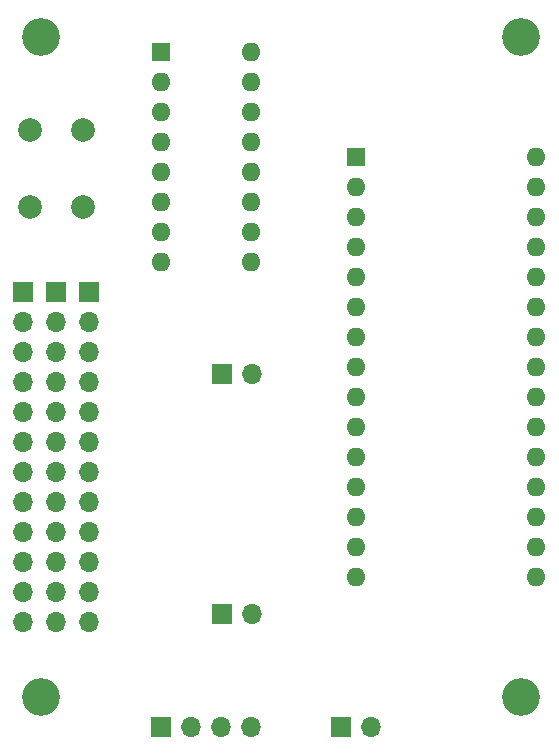
<source format=gbr>
%TF.GenerationSoftware,KiCad,Pcbnew,(6.0.0)*%
%TF.CreationDate,2025-05-03T01:33:45+03:00*%
%TF.ProjectId,board-eng,626f6172-642d-4656-9e67-2e6b69636164,rev?*%
%TF.SameCoordinates,Original*%
%TF.FileFunction,Soldermask,Bot*%
%TF.FilePolarity,Negative*%
%FSLAX46Y46*%
G04 Gerber Fmt 4.6, Leading zero omitted, Abs format (unit mm)*
G04 Created by KiCad (PCBNEW (6.0.0)) date 2025-05-03 01:33:45*
%MOMM*%
%LPD*%
G01*
G04 APERTURE LIST*
%ADD10C,3.200000*%
%ADD11R,1.600000X1.600000*%
%ADD12O,1.600000X1.600000*%
%ADD13R,1.700000X1.700000*%
%ADD14O,1.700000X1.700000*%
%ADD15C,2.000000*%
G04 APERTURE END LIST*
D10*
%TO.C,H4*%
X125730000Y-100330000D03*
%TD*%
D11*
%TO.C,A1*%
X152410000Y-110490000D03*
D12*
X152410000Y-113030000D03*
X152410000Y-115570000D03*
X152410000Y-118110000D03*
X152410000Y-120650000D03*
X152410000Y-123190000D03*
X152410000Y-125730000D03*
X152410000Y-128270000D03*
X152410000Y-130810000D03*
X152410000Y-133350000D03*
X152410000Y-135890000D03*
X152410000Y-138430000D03*
X152410000Y-140970000D03*
X152410000Y-143510000D03*
X152410000Y-146050000D03*
X167650000Y-146050000D03*
X167650000Y-143510000D03*
X167650000Y-140970000D03*
X167650000Y-138430000D03*
X167650000Y-135890000D03*
X167650000Y-133350000D03*
X167650000Y-130810000D03*
X167650000Y-128270000D03*
X167650000Y-125730000D03*
X167650000Y-123190000D03*
X167650000Y-120650000D03*
X167650000Y-118110000D03*
X167650000Y-115570000D03*
X167650000Y-113030000D03*
X167650000Y-110490000D03*
%TD*%
D11*
%TO.C,U1*%
X135900000Y-101615000D03*
D12*
X135900000Y-104155000D03*
X135900000Y-106695000D03*
X135900000Y-109235000D03*
X135900000Y-111775000D03*
X135900000Y-114315000D03*
X135900000Y-116855000D03*
X135900000Y-119395000D03*
X143520000Y-119395000D03*
X143520000Y-116855000D03*
X143520000Y-114315000D03*
X143520000Y-111775000D03*
X143520000Y-109235000D03*
X143520000Y-106695000D03*
X143520000Y-104155000D03*
X143520000Y-101615000D03*
%TD*%
D10*
%TO.C,H3*%
X166370000Y-156210000D03*
%TD*%
%TO.C,H2*%
X166370000Y-100330000D03*
%TD*%
%TO.C,H1*%
X125730000Y-156210000D03*
%TD*%
D13*
%TO.C,J6*%
X140990000Y-149200000D03*
D14*
X143530000Y-149200000D03*
%TD*%
D13*
%TO.C,5V*%
X127000000Y-121920000D03*
D14*
X127000000Y-124460000D03*
X127000000Y-127000000D03*
X127000000Y-129540000D03*
X127000000Y-132080000D03*
X127000000Y-134620000D03*
X127000000Y-137160000D03*
X127000000Y-139700000D03*
X127000000Y-142240000D03*
X127000000Y-144780000D03*
X127000000Y-147320000D03*
X127000000Y-149860000D03*
%TD*%
D13*
%TO.C,J1*%
X135890000Y-158750000D03*
D14*
X138430000Y-158750000D03*
X140970000Y-158750000D03*
X143510000Y-158750000D03*
%TD*%
%TO.C,ARD*%
X129794000Y-149860000D03*
X129794000Y-147320000D03*
X129794000Y-144780000D03*
X129794000Y-142240000D03*
X129794000Y-139700000D03*
X129794000Y-137160000D03*
X129794000Y-134620000D03*
X129794000Y-132080000D03*
X129794000Y-129540000D03*
X129794000Y-127000000D03*
X129794000Y-124460000D03*
D13*
X129794000Y-121920000D03*
%TD*%
%TO.C,Power 5V*%
X140990000Y-128880000D03*
D14*
X143530000Y-128880000D03*
%TD*%
D15*
%TO.C,SW1*%
X129250000Y-114740000D03*
X129250000Y-108240000D03*
X124750000Y-114740000D03*
X124750000Y-108240000D03*
%TD*%
D13*
%TO.C,J7*%
X151130000Y-158750000D03*
D14*
X153670000Y-158750000D03*
%TD*%
D13*
%TO.C,GND*%
X124206000Y-121920000D03*
D14*
X124206000Y-124460000D03*
X124206000Y-127000000D03*
X124206000Y-129540000D03*
X124206000Y-132080000D03*
X124206000Y-134620000D03*
X124206000Y-137160000D03*
X124206000Y-139700000D03*
X124206000Y-142240000D03*
X124206000Y-144780000D03*
X124206000Y-147320000D03*
X124206000Y-149860000D03*
%TD*%
M02*

</source>
